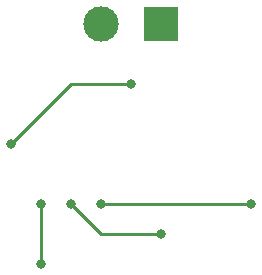
<source format=gbr>
%TF.GenerationSoftware,KiCad,Pcbnew,(6.0.10-0)*%
%TF.CreationDate,2023-02-17T12:22:24-08:00*%
%TF.ProjectId,Lab 1 Exercise 2,4c616220-3120-4457-9865-726369736520,rev?*%
%TF.SameCoordinates,Original*%
%TF.FileFunction,Copper,L2,Bot*%
%TF.FilePolarity,Positive*%
%FSLAX46Y46*%
G04 Gerber Fmt 4.6, Leading zero omitted, Abs format (unit mm)*
G04 Created by KiCad (PCBNEW (6.0.10-0)) date 2023-02-17 12:22:24*
%MOMM*%
%LPD*%
G01*
G04 APERTURE LIST*
%TA.AperFunction,ComponentPad*%
%ADD10R,3.000000X3.000000*%
%TD*%
%TA.AperFunction,ComponentPad*%
%ADD11C,3.000000*%
%TD*%
%TA.AperFunction,ViaPad*%
%ADD12C,0.800000*%
%TD*%
%TA.AperFunction,Conductor*%
%ADD13C,0.254000*%
%TD*%
G04 APERTURE END LIST*
D10*
%TO.P,V1,1,Pin_1*%
%TO.N,Net-(D1-Pad2)*%
X147320000Y-71120000D03*
D11*
%TO.P,V1,2,Pin_2*%
%TO.N,GND*%
X142240000Y-71120000D03*
%TD*%
D12*
%TO.N,/pin_2*%
X139700000Y-86360000D03*
X147320000Y-88900000D03*
%TO.N,GND*%
X137160000Y-91440000D03*
X137160000Y-86360000D03*
%TO.N,/pin_7*%
X144780000Y-76200000D03*
X134620000Y-81280000D03*
%TO.N,/pin_3*%
X142240000Y-86360000D03*
X154940000Y-86360000D03*
%TD*%
D13*
%TO.N,/pin_2*%
X142240000Y-88900000D02*
X139700000Y-86360000D01*
X147320000Y-88900000D02*
X142240000Y-88900000D01*
%TO.N,GND*%
X137160000Y-91440000D02*
X137160000Y-86360000D01*
%TO.N,/pin_7*%
X139700000Y-76200000D02*
X134620000Y-81280000D01*
X144780000Y-76200000D02*
X139700000Y-76200000D01*
%TO.N,/pin_3*%
X142240000Y-86360000D02*
X154940000Y-86360000D01*
%TD*%
M02*

</source>
